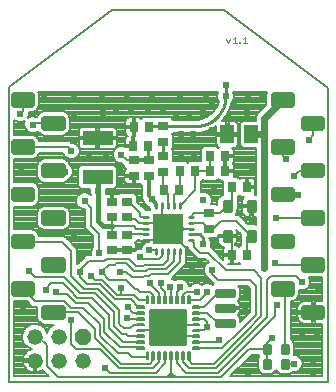
<source format=gtl>
G75*
G70*
%OFA0B0*%
%FSLAX24Y24*%
%IPPOS*%
%LPD*%
%AMOC8*
5,1,8,0,0,1.08239X$1,22.5*
%
%ADD10C,0.0050*%
%ADD11C,0.0030*%
%ADD12C,0.0059*%
%ADD13C,0.0125*%
%ADD14C,0.0150*%
%ADD15OC8,0.0520*%
%ADD16C,0.0520*%
%ADD17R,0.0450X0.0600*%
%ADD18C,0.0250*%
%ADD19R,0.0354X0.0276*%
%ADD20R,0.0276X0.0354*%
%ADD21R,0.0990X0.0990*%
%ADD22C,0.0116*%
%ADD23C,0.0175*%
%ADD24R,0.0984X0.0472*%
%ADD25C,0.0080*%
%ADD26C,0.0240*%
%ADD27C,0.0240*%
%ADD28C,0.0100*%
%ADD29C,0.0120*%
%ADD30C,0.0160*%
D10*
X002963Y001875D02*
X013588Y001875D01*
X013588Y011688D01*
X010150Y014275D01*
X006388Y014275D01*
X002963Y011700D01*
X002963Y001875D01*
D11*
X010273Y013178D02*
X010343Y013318D01*
X010423Y013318D02*
X010494Y013388D01*
X010494Y013178D01*
X010564Y013178D02*
X010423Y013178D01*
X010273Y013178D02*
X010203Y013318D01*
X010644Y013213D02*
X010680Y013213D01*
X010680Y013178D01*
X010644Y013178D01*
X010644Y013213D01*
X010755Y013178D02*
X010895Y013178D01*
X010825Y013178D02*
X010825Y013388D01*
X010755Y013318D01*
D12*
X008994Y004722D02*
X008934Y004722D01*
X008994Y004722D02*
X008994Y004504D01*
X008934Y004504D01*
X008934Y004722D01*
X008934Y004562D02*
X008994Y004562D01*
X008994Y004620D02*
X008934Y004620D01*
X008934Y004678D02*
X008994Y004678D01*
X008797Y004722D02*
X008737Y004722D01*
X008797Y004722D02*
X008797Y004504D01*
X008737Y004504D01*
X008737Y004722D01*
X008737Y004562D02*
X008797Y004562D01*
X008797Y004620D02*
X008737Y004620D01*
X008737Y004678D02*
X008797Y004678D01*
X008600Y004722D02*
X008540Y004722D01*
X008600Y004722D02*
X008600Y004504D01*
X008540Y004504D01*
X008540Y004722D01*
X008540Y004562D02*
X008600Y004562D01*
X008600Y004620D02*
X008540Y004620D01*
X008540Y004678D02*
X008600Y004678D01*
X008403Y004722D02*
X008343Y004722D01*
X008403Y004722D02*
X008403Y004504D01*
X008343Y004504D01*
X008343Y004722D01*
X008343Y004562D02*
X008403Y004562D01*
X008403Y004620D02*
X008343Y004620D01*
X008343Y004678D02*
X008403Y004678D01*
X008207Y004722D02*
X008147Y004722D01*
X008207Y004722D02*
X008207Y004504D01*
X008147Y004504D01*
X008147Y004722D01*
X008147Y004562D02*
X008207Y004562D01*
X008207Y004620D02*
X008147Y004620D01*
X008147Y004678D02*
X008207Y004678D01*
X008010Y004722D02*
X007950Y004722D01*
X008010Y004722D02*
X008010Y004504D01*
X007950Y004504D01*
X007950Y004722D01*
X007950Y004562D02*
X008010Y004562D01*
X008010Y004620D02*
X007950Y004620D01*
X007950Y004678D02*
X008010Y004678D01*
X007813Y004722D02*
X007753Y004722D01*
X007813Y004722D02*
X007813Y004504D01*
X007753Y004504D01*
X007753Y004722D01*
X007753Y004562D02*
X007813Y004562D01*
X007813Y004620D02*
X007753Y004620D01*
X007753Y004678D02*
X007813Y004678D01*
X007616Y004722D02*
X007556Y004722D01*
X007616Y004722D02*
X007616Y004504D01*
X007556Y004504D01*
X007556Y004722D01*
X007556Y004562D02*
X007616Y004562D01*
X007616Y004620D02*
X007556Y004620D01*
X007556Y004678D02*
X007616Y004678D01*
X007459Y004406D02*
X007241Y004406D01*
X007459Y004406D02*
X007459Y004346D01*
X007241Y004346D01*
X007241Y004406D01*
X007241Y004404D02*
X007459Y004404D01*
X007459Y004210D02*
X007241Y004210D01*
X007459Y004210D02*
X007459Y004150D01*
X007241Y004150D01*
X007241Y004210D01*
X007241Y004208D02*
X007459Y004208D01*
X007459Y004013D02*
X007241Y004013D01*
X007459Y004013D02*
X007459Y003953D01*
X007241Y003953D01*
X007241Y004013D01*
X007241Y004011D02*
X007459Y004011D01*
X007459Y003816D02*
X007241Y003816D01*
X007459Y003816D02*
X007459Y003756D01*
X007241Y003756D01*
X007241Y003816D01*
X007241Y003814D02*
X007459Y003814D01*
X007459Y003619D02*
X007241Y003619D01*
X007459Y003619D02*
X007459Y003559D01*
X007241Y003559D01*
X007241Y003619D01*
X007241Y003617D02*
X007459Y003617D01*
X007459Y003422D02*
X007241Y003422D01*
X007459Y003422D02*
X007459Y003362D01*
X007241Y003362D01*
X007241Y003422D01*
X007241Y003420D02*
X007459Y003420D01*
X007459Y003225D02*
X007241Y003225D01*
X007459Y003225D02*
X007459Y003165D01*
X007241Y003165D01*
X007241Y003225D01*
X007241Y003223D02*
X007459Y003223D01*
X007459Y003029D02*
X007241Y003029D01*
X007459Y003029D02*
X007459Y002969D01*
X007241Y002969D01*
X007241Y003029D01*
X007241Y003027D02*
X007459Y003027D01*
X007556Y002871D02*
X007616Y002871D01*
X007616Y002653D01*
X007556Y002653D01*
X007556Y002871D01*
X007556Y002711D02*
X007616Y002711D01*
X007616Y002769D02*
X007556Y002769D01*
X007556Y002827D02*
X007616Y002827D01*
X007753Y002871D02*
X007813Y002871D01*
X007813Y002653D01*
X007753Y002653D01*
X007753Y002871D01*
X007753Y002711D02*
X007813Y002711D01*
X007813Y002769D02*
X007753Y002769D01*
X007753Y002827D02*
X007813Y002827D01*
X007950Y002871D02*
X008010Y002871D01*
X008010Y002653D01*
X007950Y002653D01*
X007950Y002871D01*
X007950Y002711D02*
X008010Y002711D01*
X008010Y002769D02*
X007950Y002769D01*
X007950Y002827D02*
X008010Y002827D01*
X008147Y002871D02*
X008207Y002871D01*
X008207Y002653D01*
X008147Y002653D01*
X008147Y002871D01*
X008147Y002711D02*
X008207Y002711D01*
X008207Y002769D02*
X008147Y002769D01*
X008147Y002827D02*
X008207Y002827D01*
X008343Y002871D02*
X008403Y002871D01*
X008403Y002653D01*
X008343Y002653D01*
X008343Y002871D01*
X008343Y002711D02*
X008403Y002711D01*
X008403Y002769D02*
X008343Y002769D01*
X008343Y002827D02*
X008403Y002827D01*
X008540Y002871D02*
X008600Y002871D01*
X008600Y002653D01*
X008540Y002653D01*
X008540Y002871D01*
X008540Y002711D02*
X008600Y002711D01*
X008600Y002769D02*
X008540Y002769D01*
X008540Y002827D02*
X008600Y002827D01*
X008737Y002871D02*
X008797Y002871D01*
X008797Y002653D01*
X008737Y002653D01*
X008737Y002871D01*
X008737Y002711D02*
X008797Y002711D01*
X008797Y002769D02*
X008737Y002769D01*
X008737Y002827D02*
X008797Y002827D01*
X008934Y002871D02*
X008994Y002871D01*
X008994Y002653D01*
X008934Y002653D01*
X008934Y002871D01*
X008934Y002711D02*
X008994Y002711D01*
X008994Y002769D02*
X008934Y002769D01*
X008934Y002827D02*
X008994Y002827D01*
X009091Y003029D02*
X009309Y003029D01*
X009309Y002969D01*
X009091Y002969D01*
X009091Y003029D01*
X009091Y003027D02*
X009309Y003027D01*
X009309Y003225D02*
X009091Y003225D01*
X009309Y003225D02*
X009309Y003165D01*
X009091Y003165D01*
X009091Y003225D01*
X009091Y003223D02*
X009309Y003223D01*
X009309Y003422D02*
X009091Y003422D01*
X009309Y003422D02*
X009309Y003362D01*
X009091Y003362D01*
X009091Y003422D01*
X009091Y003420D02*
X009309Y003420D01*
X009309Y003619D02*
X009091Y003619D01*
X009309Y003619D02*
X009309Y003559D01*
X009091Y003559D01*
X009091Y003619D01*
X009091Y003617D02*
X009309Y003617D01*
X009309Y003816D02*
X009091Y003816D01*
X009309Y003816D02*
X009309Y003756D01*
X009091Y003756D01*
X009091Y003816D01*
X009091Y003814D02*
X009309Y003814D01*
X009309Y004013D02*
X009091Y004013D01*
X009309Y004013D02*
X009309Y003953D01*
X009091Y003953D01*
X009091Y004013D01*
X009091Y004011D02*
X009309Y004011D01*
X009309Y004210D02*
X009091Y004210D01*
X009309Y004210D02*
X009309Y004150D01*
X009091Y004150D01*
X009091Y004210D01*
X009091Y004208D02*
X009309Y004208D01*
X009309Y004406D02*
X009091Y004406D01*
X009309Y004406D02*
X009309Y004346D01*
X009091Y004346D01*
X009091Y004406D01*
X009091Y004404D02*
X009309Y004404D01*
D13*
X008838Y004251D02*
X007712Y004251D01*
X008838Y004251D02*
X008838Y003125D01*
X007712Y003125D01*
X007712Y004251D01*
X007712Y003249D02*
X008838Y003249D01*
X008838Y003373D02*
X007712Y003373D01*
X007712Y003497D02*
X008838Y003497D01*
X008838Y003621D02*
X007712Y003621D01*
X007712Y003745D02*
X008838Y003745D01*
X008838Y003869D02*
X007712Y003869D01*
X007712Y003993D02*
X008838Y003993D01*
X008838Y004117D02*
X007712Y004117D01*
X007712Y004241D02*
X008838Y004241D01*
D14*
X010450Y004263D02*
X010450Y004413D01*
X010450Y004263D02*
X009900Y004263D01*
X009900Y004413D01*
X010450Y004413D01*
X010450Y004412D02*
X009900Y004412D01*
X010450Y004763D02*
X010450Y004913D01*
X010450Y004763D02*
X009900Y004763D01*
X009900Y004913D01*
X010450Y004913D01*
X010450Y004912D02*
X009900Y004912D01*
X010450Y003913D02*
X010450Y003763D01*
X009900Y003763D01*
X009900Y003913D01*
X010450Y003913D01*
X010450Y003912D02*
X009900Y003912D01*
X011500Y003088D02*
X011650Y003088D01*
X011650Y002888D01*
X011500Y002888D01*
X011500Y003088D01*
X011500Y003037D02*
X011650Y003037D01*
X012100Y003088D02*
X012250Y003088D01*
X012250Y002888D01*
X012100Y002888D01*
X012100Y003088D01*
X012100Y003037D02*
X012250Y003037D01*
X012250Y002588D02*
X012100Y002588D01*
X012250Y002588D02*
X012250Y002388D01*
X012100Y002388D01*
X012100Y002588D01*
X012100Y002537D02*
X012250Y002537D01*
X011650Y002588D02*
X011500Y002588D01*
X011650Y002588D02*
X011650Y002388D01*
X011500Y002388D01*
X011500Y002588D01*
X011500Y002537D02*
X011650Y002537D01*
D15*
X005433Y003388D03*
D16*
X004633Y003388D03*
X003833Y003388D03*
X003833Y002588D03*
X004633Y002588D03*
X005433Y002588D03*
D17*
X010250Y010125D03*
X011050Y010125D03*
D18*
X011823Y009829D02*
X012359Y009829D01*
X012359Y009579D01*
X011823Y009579D01*
X011823Y009829D01*
X011823Y009828D02*
X012359Y009828D01*
X012847Y010616D02*
X013383Y010616D01*
X013383Y010366D01*
X012847Y010366D01*
X012847Y010616D01*
X012847Y010615D02*
X013383Y010615D01*
X012359Y011403D02*
X011823Y011403D01*
X012359Y011403D02*
X012359Y011153D01*
X011823Y011153D01*
X011823Y011403D01*
X011823Y011402D02*
X012359Y011402D01*
X012847Y009041D02*
X013383Y009041D01*
X013383Y008791D01*
X012847Y008791D01*
X012847Y009041D01*
X012847Y009040D02*
X013383Y009040D01*
X012359Y008254D02*
X011823Y008254D01*
X012359Y008254D02*
X012359Y008004D01*
X011823Y008004D01*
X011823Y008254D01*
X011823Y008253D02*
X012359Y008253D01*
X012847Y007466D02*
X013383Y007466D01*
X013383Y007216D01*
X012847Y007216D01*
X012847Y007466D01*
X012847Y007465D02*
X013383Y007465D01*
X012359Y006679D02*
X011823Y006679D01*
X012359Y006679D02*
X012359Y006429D01*
X011823Y006429D01*
X011823Y006679D01*
X011823Y006678D02*
X012359Y006678D01*
X012847Y005891D02*
X013383Y005891D01*
X013383Y005641D01*
X012847Y005641D01*
X012847Y005891D01*
X012847Y005890D02*
X013383Y005890D01*
X012359Y005104D02*
X011823Y005104D01*
X012359Y005104D02*
X012359Y004854D01*
X011823Y004854D01*
X011823Y005104D01*
X011823Y005103D02*
X012359Y005103D01*
X012847Y004317D02*
X013383Y004317D01*
X013383Y004067D01*
X012847Y004067D01*
X012847Y004317D01*
X012847Y004316D02*
X013383Y004316D01*
X004722Y004317D02*
X004186Y004317D01*
X004722Y004317D02*
X004722Y004067D01*
X004186Y004067D01*
X004186Y004317D01*
X004186Y004316D02*
X004722Y004316D01*
X003698Y005104D02*
X003162Y005104D01*
X003698Y005104D02*
X003698Y004854D01*
X003162Y004854D01*
X003162Y005104D01*
X003162Y005103D02*
X003698Y005103D01*
X004186Y005891D02*
X004722Y005891D01*
X004722Y005641D01*
X004186Y005641D01*
X004186Y005891D01*
X004186Y005890D02*
X004722Y005890D01*
X003698Y006679D02*
X003162Y006679D01*
X003698Y006679D02*
X003698Y006429D01*
X003162Y006429D01*
X003162Y006679D01*
X003162Y006678D02*
X003698Y006678D01*
X004186Y007466D02*
X004722Y007466D01*
X004722Y007216D01*
X004186Y007216D01*
X004186Y007466D01*
X004186Y007465D02*
X004722Y007465D01*
X003698Y008254D02*
X003162Y008254D01*
X003698Y008254D02*
X003698Y008004D01*
X003162Y008004D01*
X003162Y008254D01*
X003162Y008253D02*
X003698Y008253D01*
X004186Y009041D02*
X004722Y009041D01*
X004722Y008791D01*
X004186Y008791D01*
X004186Y009041D01*
X004186Y009040D02*
X004722Y009040D01*
X003698Y009829D02*
X003162Y009829D01*
X003698Y009829D02*
X003698Y009579D01*
X003162Y009579D01*
X003162Y009829D01*
X003162Y009828D02*
X003698Y009828D01*
X004186Y010616D02*
X004722Y010616D01*
X004722Y010366D01*
X004186Y010366D01*
X004186Y010616D01*
X004186Y010615D02*
X004722Y010615D01*
X003698Y011403D02*
X003162Y011403D01*
X003698Y011403D02*
X003698Y011153D01*
X003162Y011153D01*
X003162Y011403D01*
X003162Y011402D02*
X003698Y011402D01*
D19*
X007138Y009256D03*
X007625Y009256D03*
X008113Y009393D03*
X008113Y009882D03*
X008113Y010393D03*
X008113Y008882D03*
X007625Y008744D03*
X007138Y008744D03*
X006900Y007868D03*
X006400Y007868D03*
X006400Y007357D03*
X006900Y007357D03*
X006900Y006781D03*
X006400Y006781D03*
X006400Y006269D03*
X006900Y006269D03*
X009650Y006982D03*
X009650Y007493D03*
D20*
X010394Y008363D03*
X010181Y008900D03*
X009669Y008900D03*
X009181Y008900D03*
X008669Y008900D03*
X008643Y008288D03*
X008132Y008288D03*
X007618Y009750D03*
X007107Y009750D03*
X007132Y010375D03*
X007643Y010375D03*
X009669Y009400D03*
X010181Y009400D03*
X010906Y008363D03*
X010906Y006113D03*
X010394Y006113D03*
D21*
X008275Y006988D03*
D22*
X008275Y007669D02*
X008275Y007823D01*
X008469Y007823D02*
X008469Y007669D01*
X008663Y007669D02*
X008663Y007823D01*
X008956Y007376D02*
X009110Y007376D01*
X009110Y007182D02*
X008956Y007182D01*
X008956Y006988D02*
X009110Y006988D01*
X009110Y006793D02*
X008956Y006793D01*
X008956Y006599D02*
X009110Y006599D01*
X008663Y006306D02*
X008663Y006152D01*
X008469Y006152D02*
X008469Y006306D01*
X008275Y006306D02*
X008275Y006152D01*
X008081Y006152D02*
X008081Y006306D01*
X007887Y006306D02*
X007887Y006152D01*
X007594Y006599D02*
X007440Y006599D01*
X007440Y006793D02*
X007594Y006793D01*
X007594Y006988D02*
X007440Y006988D01*
X007440Y007182D02*
X007594Y007182D01*
X007594Y007376D02*
X007440Y007376D01*
X007887Y007669D02*
X007887Y007823D01*
X008081Y007823D02*
X008081Y007669D01*
D23*
X010338Y007600D02*
X010338Y007876D01*
X010338Y007600D02*
X010162Y007600D01*
X010162Y007876D01*
X010338Y007876D01*
X010338Y007774D02*
X010162Y007774D01*
X011138Y007876D02*
X011138Y007600D01*
X010962Y007600D01*
X010962Y007876D01*
X011138Y007876D01*
X011138Y007774D02*
X010962Y007774D01*
X011138Y006876D02*
X011138Y006600D01*
X010962Y006600D01*
X010962Y006876D01*
X011138Y006876D01*
X011138Y006774D02*
X010962Y006774D01*
X010338Y006876D02*
X010338Y006600D01*
X010162Y006600D01*
X010162Y006876D01*
X010338Y006876D01*
X010338Y006774D02*
X010162Y006774D01*
D24*
X005925Y008700D03*
X005925Y010000D03*
D25*
X005965Y010014D02*
X006858Y010014D01*
X006857Y010013D02*
X006838Y009981D01*
X006829Y009946D01*
X006829Y009779D01*
X007078Y009779D01*
X007078Y010058D01*
X007103Y010058D01*
X007103Y010346D01*
X007160Y010346D01*
X007160Y010067D01*
X007135Y010067D01*
X007135Y009779D01*
X007078Y009779D01*
X007078Y009721D01*
X006829Y009721D01*
X006829Y009705D01*
X006768Y009730D01*
X006657Y009730D01*
X006554Y009687D01*
X006475Y009609D01*
X006433Y009506D01*
X006433Y009394D01*
X006475Y009291D01*
X006554Y009213D01*
X006657Y009170D01*
X006710Y009170D01*
X006800Y009079D01*
X006800Y009052D01*
X006866Y008986D01*
X006848Y008968D01*
X006830Y008936D01*
X006820Y008900D01*
X006820Y008773D01*
X007109Y008773D01*
X007109Y008715D01*
X007166Y008715D01*
X007166Y008466D01*
X007333Y008466D01*
X007356Y008472D01*
X007382Y008446D01*
X007405Y008446D01*
X007405Y007971D01*
X007445Y007931D01*
X007445Y007907D01*
X007488Y007804D01*
X007566Y007725D01*
X007667Y007684D01*
X007667Y007654D01*
X007669Y007652D01*
X007669Y007594D01*
X007525Y007594D01*
X007525Y007595D01*
X007425Y007695D01*
X007237Y007883D01*
X007237Y008072D01*
X007143Y008166D01*
X006657Y008166D01*
X006628Y008138D01*
X006596Y008146D01*
X006429Y008146D01*
X006429Y007897D01*
X006371Y007897D01*
X006371Y008146D01*
X006204Y008146D01*
X006203Y008146D01*
X006217Y008182D01*
X006217Y008293D01*
X006213Y008304D01*
X006483Y008304D01*
X006577Y008398D01*
X006577Y009003D01*
X006483Y009097D01*
X005367Y009097D01*
X005273Y009003D01*
X005273Y008398D01*
X005367Y008304D01*
X005662Y008304D01*
X005658Y008293D01*
X005658Y008182D01*
X005688Y008108D01*
X005646Y008150D01*
X005543Y008192D01*
X005432Y008192D01*
X005329Y008150D01*
X005250Y008071D01*
X005208Y007968D01*
X005208Y007857D01*
X005250Y007754D01*
X005329Y007675D01*
X005432Y007633D01*
X005485Y007633D01*
X005513Y007605D01*
X005513Y006992D01*
X005775Y006730D01*
X005775Y006358D01*
X005738Y006321D01*
X005695Y006218D01*
X005695Y006107D01*
X005698Y006100D01*
X005542Y006100D01*
X005425Y005983D01*
X005253Y005811D01*
X005250Y005810D01*
X005250Y006308D01*
X004921Y006637D01*
X004804Y006754D01*
X003976Y006754D01*
X003940Y006840D01*
X003860Y006921D01*
X003755Y006964D01*
X003147Y006964D01*
X003147Y007719D01*
X003755Y007719D01*
X003860Y007762D01*
X003940Y007842D01*
X003984Y007947D01*
X003984Y008310D01*
X003940Y008415D01*
X003860Y008495D01*
X003755Y008539D01*
X003147Y008539D01*
X003147Y009294D01*
X003755Y009294D01*
X003860Y009337D01*
X003940Y009417D01*
X003976Y009504D01*
X004777Y009504D01*
X004813Y009416D01*
X004891Y009338D01*
X004994Y009295D01*
X005106Y009295D01*
X005209Y009338D01*
X005287Y009416D01*
X005330Y009519D01*
X005330Y009631D01*
X005287Y009734D01*
X005209Y009812D01*
X005106Y009855D01*
X005053Y009855D01*
X005004Y009904D01*
X003976Y009904D01*
X003940Y009990D01*
X003860Y010070D01*
X003755Y010114D01*
X003147Y010114D01*
X003147Y010619D01*
X003191Y010575D01*
X003294Y010533D01*
X003406Y010533D01*
X003509Y010575D01*
X003513Y010580D01*
X003483Y010506D01*
X003483Y010394D01*
X003525Y010291D01*
X003604Y010213D01*
X003707Y010170D01*
X003818Y010170D01*
X003921Y010213D01*
X003934Y010226D01*
X003943Y010204D01*
X004023Y010124D01*
X004128Y010081D01*
X004779Y010081D01*
X004884Y010124D01*
X004964Y010204D01*
X005007Y010309D01*
X005007Y010673D01*
X004964Y010777D01*
X004884Y010858D01*
X004779Y010901D01*
X004128Y010901D01*
X004023Y010858D01*
X003943Y010777D01*
X003908Y010693D01*
X003818Y010730D01*
X003707Y010730D01*
X003604Y010687D01*
X003599Y010683D01*
X003630Y010757D01*
X003630Y010868D01*
X003630Y010868D01*
X003630Y010868D01*
X003755Y010868D01*
X003860Y010912D01*
X003940Y010992D01*
X003984Y011097D01*
X003984Y011460D01*
X003952Y011536D01*
X009933Y011529D01*
X009908Y011468D01*
X009908Y011357D01*
X009950Y011254D01*
X009955Y011249D01*
X009889Y011045D01*
X009741Y010840D01*
X009536Y010692D01*
X009295Y010613D01*
X009168Y010603D01*
X008444Y010603D01*
X008356Y010691D01*
X007869Y010691D01*
X007869Y010691D01*
X007847Y010712D01*
X007439Y010712D01*
X007373Y010646D01*
X007355Y010664D01*
X007323Y010683D01*
X007288Y010692D01*
X007160Y010692D01*
X007160Y010404D01*
X007103Y010404D01*
X007103Y010692D01*
X006975Y010692D01*
X006940Y010683D01*
X006908Y010664D01*
X006882Y010638D01*
X006863Y010606D01*
X006854Y010571D01*
X006854Y010404D01*
X007103Y010404D01*
X007103Y010346D01*
X006854Y010346D01*
X006854Y010179D01*
X006863Y010144D01*
X006882Y010112D01*
X006908Y010086D01*
X006940Y010067D01*
X006945Y010066D01*
X006915Y010058D01*
X006883Y010039D01*
X006857Y010013D01*
X006829Y009936D02*
X006557Y009936D01*
X006557Y009960D02*
X005965Y009960D01*
X005965Y010040D01*
X005885Y010040D01*
X005885Y010376D01*
X005414Y010376D01*
X005379Y010366D01*
X005347Y010348D01*
X005321Y010322D01*
X005302Y010290D01*
X005293Y010254D01*
X005293Y010040D01*
X005885Y010040D01*
X005885Y009960D01*
X005293Y009960D01*
X005293Y009745D01*
X005302Y009709D01*
X005321Y009677D01*
X005347Y009651D01*
X005379Y009633D01*
X005414Y009623D01*
X005885Y009623D01*
X005885Y009960D01*
X005965Y009960D01*
X005965Y009623D01*
X006436Y009623D01*
X006471Y009633D01*
X006503Y009651D01*
X006529Y009677D01*
X006548Y009709D01*
X006557Y009745D01*
X006557Y009960D01*
X006557Y010040D02*
X006557Y010254D01*
X006548Y010290D01*
X006529Y010322D01*
X006503Y010348D01*
X006471Y010366D01*
X006436Y010376D01*
X005965Y010376D01*
X005965Y010040D01*
X006557Y010040D01*
X006557Y010093D02*
X006901Y010093D01*
X006856Y010171D02*
X006557Y010171D01*
X006557Y010250D02*
X006854Y010250D01*
X006854Y010328D02*
X006523Y010328D01*
X006854Y010407D02*
X005007Y010407D01*
X005007Y010485D02*
X006854Y010485D01*
X006854Y010564D02*
X005007Y010564D01*
X005007Y010642D02*
X006886Y010642D01*
X007103Y010642D02*
X007160Y010642D01*
X007160Y010564D02*
X007103Y010564D01*
X007103Y010485D02*
X007160Y010485D01*
X007160Y010407D02*
X007103Y010407D01*
X007103Y010328D02*
X007160Y010328D01*
X007160Y010250D02*
X007103Y010250D01*
X007103Y010171D02*
X007160Y010171D01*
X007160Y010093D02*
X007103Y010093D01*
X007078Y010014D02*
X007135Y010014D01*
X007135Y009936D02*
X007078Y009936D01*
X007078Y009857D02*
X007135Y009857D01*
X007078Y009779D02*
X006557Y009779D01*
X006557Y009857D02*
X006829Y009857D01*
X006584Y009700D02*
X006542Y009700D01*
X006488Y009622D02*
X005330Y009622D01*
X005330Y009543D02*
X006448Y009543D01*
X006433Y009465D02*
X005307Y009465D01*
X005257Y009386D02*
X006436Y009386D01*
X006468Y009308D02*
X005136Y009308D01*
X004964Y009203D02*
X005005Y009104D01*
X005062Y009046D01*
X005105Y008943D01*
X005105Y008832D01*
X005062Y008729D01*
X004984Y008650D01*
X004970Y008645D01*
X004964Y008630D01*
X004884Y008549D01*
X004779Y008506D01*
X004128Y008506D01*
X004023Y008549D01*
X003943Y008630D01*
X003900Y008734D01*
X003900Y009098D01*
X003943Y009203D01*
X004023Y009283D01*
X004128Y009326D01*
X004779Y009326D01*
X004884Y009283D01*
X004964Y009203D01*
X004937Y009229D02*
X006538Y009229D01*
X006508Y009072D02*
X006800Y009072D01*
X006859Y008994D02*
X006577Y008994D01*
X006577Y008915D02*
X006824Y008915D01*
X006820Y008837D02*
X006577Y008837D01*
X006577Y008758D02*
X007109Y008758D01*
X007109Y008715D02*
X006820Y008715D01*
X006820Y008588D01*
X006830Y008552D01*
X006848Y008520D01*
X006874Y008494D01*
X006906Y008476D01*
X006942Y008466D01*
X007109Y008466D01*
X007109Y008715D01*
X007109Y008680D02*
X007166Y008680D01*
X007166Y008601D02*
X007109Y008601D01*
X007109Y008523D02*
X007166Y008523D01*
X007405Y008444D02*
X006577Y008444D01*
X006577Y008523D02*
X006847Y008523D01*
X006820Y008601D02*
X006577Y008601D01*
X006577Y008680D02*
X006820Y008680D01*
X006545Y008366D02*
X007405Y008366D01*
X007405Y008287D02*
X006217Y008287D01*
X006217Y008209D02*
X007405Y008209D01*
X007405Y008130D02*
X007180Y008130D01*
X007237Y008052D02*
X007405Y008052D01*
X007405Y007973D02*
X007237Y007973D01*
X007237Y007895D02*
X007450Y007895D01*
X007483Y007816D02*
X007304Y007816D01*
X007383Y007738D02*
X007554Y007738D01*
X007461Y007659D02*
X007667Y007659D01*
X007517Y007376D02*
X007362Y007376D01*
X007325Y007413D01*
X007325Y007513D01*
X007225Y007613D01*
X006969Y007868D01*
X006900Y007868D01*
X006429Y007973D02*
X006371Y007973D01*
X006371Y008052D02*
X006429Y008052D01*
X006429Y008130D02*
X006371Y008130D01*
X005938Y008238D02*
X005938Y008543D01*
X005658Y008287D02*
X003984Y008287D01*
X003984Y008209D02*
X005658Y008209D01*
X005666Y008130D02*
X005679Y008130D01*
X005488Y007913D02*
X005713Y007688D01*
X005713Y007075D01*
X005975Y006813D01*
X005975Y006163D01*
X005695Y006167D02*
X005250Y006167D01*
X005250Y006089D02*
X005531Y006089D01*
X005453Y006010D02*
X005250Y006010D01*
X005250Y005932D02*
X005374Y005932D01*
X005296Y005853D02*
X005250Y005853D01*
X005325Y005600D02*
X005325Y005538D01*
X005325Y005388D01*
X005575Y005138D01*
X006000Y005138D01*
X006500Y004638D01*
X007025Y004638D01*
X007286Y004376D01*
X007350Y004376D01*
X007350Y004180D02*
X007120Y004180D01*
X006938Y004363D01*
X006625Y004288D02*
X006625Y004125D01*
X006625Y003838D01*
X006675Y003788D01*
X006800Y003663D01*
X007000Y003663D01*
X007123Y003786D01*
X007350Y003786D01*
X007342Y003975D02*
X006950Y003975D01*
X006913Y004013D01*
X006625Y004288D02*
X005925Y004988D01*
X005475Y004988D01*
X005050Y005413D01*
X005050Y006225D01*
X004721Y006554D01*
X003430Y006554D01*
X003783Y006952D02*
X004077Y006952D01*
X004128Y006931D02*
X004779Y006931D01*
X004884Y006975D01*
X004964Y007055D01*
X005007Y007160D01*
X005007Y007523D01*
X004964Y007628D01*
X004884Y007708D01*
X004779Y007751D01*
X004128Y007751D01*
X004023Y007708D01*
X003943Y007628D01*
X003900Y007523D01*
X003900Y007160D01*
X003943Y007055D01*
X004023Y006975D01*
X004128Y006931D01*
X003967Y007031D02*
X003147Y007031D01*
X003147Y007109D02*
X003921Y007109D01*
X003900Y007188D02*
X003147Y007188D01*
X003147Y007266D02*
X003900Y007266D01*
X003900Y007345D02*
X003147Y007345D01*
X003147Y007423D02*
X003900Y007423D01*
X003900Y007502D02*
X003147Y007502D01*
X003147Y007580D02*
X003924Y007580D01*
X003975Y007659D02*
X003147Y007659D01*
X003509Y008050D02*
X003430Y008129D01*
X003509Y008050D02*
X003688Y008050D01*
X003984Y008052D02*
X005242Y008052D01*
X005209Y007973D02*
X003984Y007973D01*
X003962Y007895D02*
X005208Y007895D01*
X005224Y007816D02*
X003914Y007816D01*
X003801Y007738D02*
X004095Y007738D01*
X003984Y008130D02*
X005309Y008130D01*
X005305Y008366D02*
X003961Y008366D01*
X003911Y008444D02*
X005273Y008444D01*
X005273Y008523D02*
X004819Y008523D01*
X004935Y008601D02*
X005273Y008601D01*
X005273Y008680D02*
X005013Y008680D01*
X005074Y008758D02*
X005273Y008758D01*
X005273Y008837D02*
X005105Y008837D01*
X005105Y008915D02*
X005273Y008915D01*
X005273Y008994D02*
X005084Y008994D01*
X005036Y009072D02*
X005342Y009072D01*
X004985Y009151D02*
X006729Y009151D01*
X006907Y009256D02*
X007138Y009256D01*
X006907Y009256D02*
X006713Y009450D01*
X005965Y009700D02*
X005885Y009700D01*
X005885Y009779D02*
X005965Y009779D01*
X005965Y009857D02*
X005885Y009857D01*
X005885Y009936D02*
X005965Y009936D01*
X005885Y010014D02*
X003916Y010014D01*
X003963Y009936D02*
X005293Y009936D01*
X005293Y009857D02*
X005051Y009857D01*
X004921Y009704D02*
X005050Y009575D01*
X004921Y009704D02*
X004684Y009704D01*
X004359Y009704D01*
X003430Y009704D01*
X003789Y009308D02*
X004083Y009308D01*
X003970Y009229D02*
X003147Y009229D01*
X003147Y009151D02*
X003922Y009151D01*
X003900Y009072D02*
X003147Y009072D01*
X003147Y008994D02*
X003900Y008994D01*
X003900Y008915D02*
X003147Y008915D01*
X003147Y008837D02*
X003900Y008837D01*
X003900Y008758D02*
X003147Y008758D01*
X003147Y008680D02*
X003923Y008680D01*
X003972Y008601D02*
X003147Y008601D01*
X003794Y008523D02*
X004089Y008523D01*
X004454Y008916D02*
X004791Y008916D01*
X004794Y008919D01*
X004825Y008888D01*
X004824Y009308D02*
X004964Y009308D01*
X004843Y009386D02*
X003909Y009386D01*
X003960Y009465D02*
X004793Y009465D01*
X005242Y009779D02*
X005293Y009779D01*
X005301Y009700D02*
X005308Y009700D01*
X005293Y010093D02*
X004807Y010093D01*
X004930Y010171D02*
X005293Y010171D01*
X005293Y010250D02*
X004983Y010250D01*
X005007Y010328D02*
X005327Y010328D01*
X004987Y010721D02*
X009576Y010721D01*
X009684Y010799D02*
X004942Y010799D01*
X004835Y010878D02*
X009767Y010878D01*
X009825Y010956D02*
X003904Y010956D01*
X003958Y011035D02*
X009882Y011035D01*
X009911Y011113D02*
X003984Y011113D01*
X003984Y011192D02*
X009937Y011192D01*
X009943Y011270D02*
X003984Y011270D01*
X003984Y011349D02*
X009911Y011349D01*
X009908Y011427D02*
X003984Y011427D01*
X003965Y011506D02*
X009923Y011506D01*
X010397Y011227D02*
X010425Y011254D01*
X010467Y011357D01*
X010467Y011468D01*
X010442Y011529D01*
X011566Y011527D01*
X011538Y011460D01*
X011538Y011121D01*
X011238Y010821D01*
X011195Y010718D01*
X011195Y010585D01*
X010759Y010585D01*
X010665Y010491D01*
X010665Y009759D01*
X010759Y009665D01*
X011195Y009665D01*
X011195Y008095D01*
X011167Y008102D01*
X011158Y008102D01*
X011174Y008131D01*
X011184Y008167D01*
X011184Y008334D01*
X010935Y008334D01*
X010935Y008391D01*
X011184Y008391D01*
X011184Y008558D01*
X011174Y008594D01*
X011156Y008626D01*
X011130Y008652D01*
X011098Y008670D01*
X011062Y008680D01*
X010935Y008680D01*
X010935Y008391D01*
X010877Y008391D01*
X010877Y008680D01*
X010750Y008680D01*
X010714Y008670D01*
X010682Y008652D01*
X010664Y008634D01*
X010598Y008700D01*
X010457Y008700D01*
X010459Y008704D01*
X010459Y008871D01*
X010210Y008871D01*
X010210Y008929D01*
X010459Y008929D01*
X010459Y009096D01*
X010449Y009131D01*
X010438Y009150D01*
X010449Y009169D01*
X010459Y009204D01*
X010459Y009371D01*
X010210Y009371D01*
X010210Y009429D01*
X010459Y009429D01*
X010459Y009596D01*
X010449Y009631D01*
X010431Y009663D01*
X010409Y009685D01*
X010493Y009685D01*
X010529Y009695D01*
X010561Y009713D01*
X010587Y009739D01*
X010605Y009771D01*
X010615Y009807D01*
X010615Y010085D01*
X010290Y010085D01*
X010290Y010165D01*
X010210Y010165D01*
X010210Y010565D01*
X010072Y010565D01*
X010277Y010848D01*
X010397Y011218D01*
X010397Y011227D01*
X010389Y011192D02*
X011538Y011192D01*
X011538Y011270D02*
X010432Y011270D01*
X010464Y011349D02*
X011538Y011349D01*
X011538Y011427D02*
X010467Y011427D01*
X010452Y011506D02*
X011557Y011506D01*
X011530Y011113D02*
X010363Y011113D01*
X010338Y011035D02*
X011452Y011035D01*
X011373Y010956D02*
X010312Y010956D01*
X010287Y010878D02*
X011295Y010878D01*
X011229Y010799D02*
X010242Y010799D01*
X010277Y010848D02*
X010277Y010848D01*
X010185Y010721D02*
X011196Y010721D01*
X011195Y010642D02*
X010128Y010642D01*
X010210Y010564D02*
X010290Y010564D01*
X010290Y010565D02*
X010290Y010165D01*
X010615Y010165D01*
X010615Y010443D01*
X010605Y010479D01*
X010587Y010511D01*
X010561Y010537D01*
X010529Y010555D01*
X010493Y010565D01*
X010290Y010565D01*
X010290Y010485D02*
X010210Y010485D01*
X010210Y010407D02*
X010290Y010407D01*
X010290Y010328D02*
X010210Y010328D01*
X010210Y010250D02*
X010290Y010250D01*
X010290Y010171D02*
X010210Y010171D01*
X010210Y010165D02*
X010210Y010085D01*
X009885Y010085D01*
X009885Y009807D01*
X009895Y009771D01*
X009913Y009739D01*
X009939Y009713D01*
X009969Y009696D01*
X009957Y009689D01*
X009939Y009671D01*
X009873Y009737D01*
X009465Y009737D01*
X009371Y009643D01*
X009371Y009237D01*
X008977Y009237D01*
X008925Y009185D01*
X008873Y009237D01*
X008465Y009237D01*
X008450Y009222D01*
X008450Y009597D01*
X008410Y009637D01*
X008450Y009678D01*
X008450Y010086D01*
X008398Y010137D01*
X008444Y010183D01*
X009363Y010183D01*
X009733Y010304D01*
X009733Y010304D01*
X009885Y010414D01*
X009885Y010165D01*
X010210Y010165D01*
X010210Y010093D02*
X008443Y010093D01*
X008431Y010171D02*
X009885Y010171D01*
X009885Y010250D02*
X009567Y010250D01*
X009767Y010328D02*
X009885Y010328D01*
X009875Y010407D02*
X009885Y010407D01*
X009885Y010014D02*
X008450Y010014D01*
X008450Y009936D02*
X009885Y009936D01*
X009885Y009857D02*
X008450Y009857D01*
X008450Y009779D02*
X009893Y009779D01*
X009910Y009700D02*
X009961Y009700D01*
X010152Y009371D02*
X010210Y009371D01*
X010210Y009083D01*
X010210Y008929D01*
X010152Y008929D01*
X010152Y009371D01*
X010210Y009386D02*
X011195Y009386D01*
X011195Y009308D02*
X010459Y009308D01*
X010459Y009229D02*
X011195Y009229D01*
X011195Y009151D02*
X010439Y009151D01*
X010459Y009072D02*
X011195Y009072D01*
X011195Y008994D02*
X010459Y008994D01*
X010459Y008837D02*
X011195Y008837D01*
X011195Y008915D02*
X010210Y008915D01*
X010210Y008994D02*
X010152Y008994D01*
X010152Y009072D02*
X010210Y009072D01*
X010210Y009151D02*
X010152Y009151D01*
X010152Y009229D02*
X010210Y009229D01*
X010210Y009308D02*
X010152Y009308D01*
X010459Y009465D02*
X011195Y009465D01*
X011195Y009543D02*
X010459Y009543D01*
X010452Y009622D02*
X011195Y009622D01*
X010724Y009700D02*
X010539Y009700D01*
X010607Y009779D02*
X010665Y009779D01*
X010665Y009857D02*
X010615Y009857D01*
X010615Y009936D02*
X010665Y009936D01*
X010665Y010014D02*
X010615Y010014D01*
X010665Y010093D02*
X010290Y010093D01*
X010615Y010171D02*
X010665Y010171D01*
X010665Y010250D02*
X010615Y010250D01*
X010615Y010328D02*
X010665Y010328D01*
X010665Y010407D02*
X010615Y010407D01*
X010602Y010485D02*
X010665Y010485D01*
X010737Y010564D02*
X010499Y010564D01*
X009383Y010642D02*
X008405Y010642D01*
X008450Y009700D02*
X009428Y009700D01*
X009371Y009622D02*
X008426Y009622D01*
X008450Y009543D02*
X009371Y009543D01*
X009371Y009465D02*
X008450Y009465D01*
X008450Y009386D02*
X009371Y009386D01*
X009371Y009308D02*
X008450Y009308D01*
X008450Y009229D02*
X008457Y009229D01*
X008669Y008900D02*
X008669Y008313D01*
X008643Y008288D01*
X008469Y008113D01*
X008469Y007746D01*
X008275Y007746D02*
X008275Y008144D01*
X008132Y008288D01*
X008113Y008307D01*
X008113Y008882D01*
X008881Y009229D02*
X008969Y009229D01*
X009181Y008900D02*
X009181Y008263D01*
X008663Y007746D01*
X008315Y007451D02*
X008315Y007028D01*
X008235Y007028D01*
X008235Y007451D01*
X008315Y007451D01*
X008315Y007423D02*
X008235Y007423D01*
X008235Y007345D02*
X008315Y007345D01*
X008315Y007266D02*
X008235Y007266D01*
X008235Y007188D02*
X008315Y007188D01*
X008315Y007109D02*
X008235Y007109D01*
X008235Y007031D02*
X008315Y007031D01*
X008315Y007027D02*
X008762Y007027D01*
X008758Y007014D01*
X008758Y006988D01*
X008842Y006988D01*
X008842Y006988D01*
X008842Y006987D01*
X008758Y006987D01*
X008758Y006961D01*
X008762Y006948D01*
X008315Y006948D01*
X008315Y007027D01*
X008315Y006952D02*
X008760Y006952D01*
X009033Y006988D02*
X008425Y006988D01*
X008425Y007238D01*
X008315Y006947D02*
X008235Y006947D01*
X008235Y006524D01*
X008315Y006524D01*
X008315Y006947D01*
X008315Y006874D02*
X008235Y006874D01*
X008235Y006795D02*
X008315Y006795D01*
X008315Y006717D02*
X008235Y006717D01*
X008235Y006638D02*
X008315Y006638D01*
X008315Y006560D02*
X008235Y006560D01*
X008425Y006599D02*
X008425Y006738D01*
X008475Y006738D01*
X009325Y005888D01*
X009255Y005988D02*
X009518Y005988D01*
X009633Y005872D01*
X009579Y005850D01*
X009500Y005771D01*
X009458Y005668D01*
X009458Y005557D01*
X009500Y005454D01*
X009538Y005417D01*
X009538Y005392D01*
X009655Y005275D01*
X009725Y005205D01*
X009792Y005137D01*
X009757Y005102D01*
X009734Y005125D01*
X009631Y005167D01*
X009519Y005167D01*
X009416Y005125D01*
X009400Y005108D01*
X009384Y005125D01*
X009281Y005167D01*
X009169Y005167D01*
X009066Y005125D01*
X009029Y005087D01*
X008955Y005087D01*
X008955Y005093D01*
X008912Y005196D01*
X008834Y005275D01*
X008731Y005317D01*
X008619Y005317D01*
X008516Y005275D01*
X008512Y005271D01*
X008509Y005275D01*
X008406Y005317D01*
X008388Y005317D01*
X008462Y005392D01*
X008863Y005793D01*
X008863Y006044D01*
X008881Y006062D01*
X008881Y006381D01*
X008938Y006381D01*
X008938Y006305D01*
X009055Y006188D01*
X009255Y005988D01*
X009232Y006010D02*
X008863Y006010D01*
X008863Y005932D02*
X009573Y005932D01*
X009588Y005853D02*
X008863Y005853D01*
X008845Y005775D02*
X009504Y005775D01*
X009469Y005696D02*
X008767Y005696D01*
X008688Y005618D02*
X009458Y005618D01*
X009465Y005539D02*
X008610Y005539D01*
X008531Y005461D02*
X009497Y005461D01*
X009547Y005382D02*
X008453Y005382D01*
X008438Y005304D02*
X008587Y005304D01*
X008763Y005304D02*
X009626Y005304D01*
X009704Y005225D02*
X008883Y005225D01*
X008933Y005147D02*
X009120Y005147D01*
X009330Y005147D02*
X009470Y005147D01*
X009680Y005147D02*
X009783Y005147D01*
X009925Y005288D02*
X010525Y005288D01*
X011000Y005288D01*
X011200Y005088D01*
X011200Y004113D01*
X010675Y003588D01*
X010086Y002999D01*
X009200Y002999D01*
X009200Y003195D02*
X009883Y003195D01*
X009975Y003288D01*
X009575Y003689D02*
X009575Y003883D01*
X009475Y003983D01*
X009200Y003983D01*
X009200Y003786D02*
X008373Y003786D01*
X008275Y003688D01*
X008625Y004038D01*
X008625Y004088D01*
X008275Y003688D02*
X008625Y003338D01*
X008625Y003288D01*
X008570Y003392D02*
X008275Y003688D01*
X008177Y003589D01*
X007350Y003589D01*
X007350Y003392D02*
X006945Y003392D01*
X006875Y003463D01*
X006725Y003463D01*
X006663Y003525D01*
X006463Y003725D01*
X006463Y004200D01*
X005825Y004838D01*
X005325Y004838D01*
X005063Y005100D01*
X004800Y005363D01*
X004263Y005363D01*
X003838Y005363D01*
X003625Y005575D01*
X003430Y004979D02*
X003822Y004588D01*
X004813Y004588D01*
X005013Y004388D01*
X005050Y004350D01*
X005450Y004350D01*
X006000Y003800D01*
X006000Y003425D01*
X006038Y003388D01*
X006588Y002838D01*
X006738Y002838D01*
X006938Y002838D01*
X007075Y002700D01*
X007585Y002700D01*
X007586Y002699D01*
X007586Y002762D01*
X007350Y002999D02*
X007236Y002999D01*
X007210Y003025D01*
X006763Y003025D01*
X006663Y003025D01*
X006663Y003038D01*
X006150Y003550D01*
X006150Y003975D01*
X006138Y003975D01*
X005613Y004500D01*
X005213Y004500D01*
X005175Y004538D01*
X004900Y004813D01*
X004675Y004813D01*
X004625Y004813D01*
X004550Y004888D01*
X004375Y005175D02*
X004188Y004988D01*
X004188Y004938D01*
X004375Y005175D02*
X004763Y005175D01*
X004988Y004950D01*
X005250Y004688D01*
X005275Y004663D01*
X005738Y004663D01*
X006288Y004113D01*
X006300Y004113D01*
X006300Y003675D01*
X006767Y003208D01*
X006767Y003195D01*
X006830Y003195D01*
X007350Y003195D01*
X007783Y002762D02*
X007783Y002595D01*
X007675Y002488D01*
X006950Y002488D01*
X006688Y002488D01*
X005950Y003225D01*
X005850Y003325D01*
X005850Y003625D01*
X005283Y004192D01*
X005121Y004192D01*
X004454Y004192D01*
X004487Y003782D02*
X004128Y003782D01*
X004023Y003825D01*
X003943Y003905D01*
X003900Y004010D01*
X003900Y004373D01*
X003906Y004388D01*
X003739Y004388D01*
X003557Y004569D01*
X003147Y004569D01*
X003147Y002060D01*
X004295Y002060D01*
X004142Y002213D01*
X004142Y002213D01*
X004082Y002273D01*
X004022Y002233D01*
X003949Y002203D01*
X003872Y002188D01*
X003872Y002547D01*
X003793Y002547D01*
X003793Y002188D01*
X003716Y002203D01*
X003643Y002233D01*
X003578Y002277D01*
X003522Y002333D01*
X003478Y002398D01*
X003448Y002471D01*
X003433Y002548D01*
X003792Y002548D01*
X003792Y002627D01*
X003433Y002627D01*
X003448Y002704D01*
X003478Y002777D01*
X003522Y002842D01*
X003578Y002898D01*
X003643Y002942D01*
X003716Y002972D01*
X003731Y002975D01*
X003595Y003031D01*
X003476Y003150D01*
X003413Y003304D01*
X003413Y003471D01*
X003476Y003625D01*
X003595Y003744D01*
X003749Y003807D01*
X003916Y003807D01*
X004070Y003744D01*
X004189Y003625D01*
X004233Y003519D01*
X004276Y003625D01*
X004395Y003744D01*
X004487Y003782D01*
X004385Y003734D02*
X004080Y003734D01*
X004054Y003812D02*
X003147Y003812D01*
X003147Y003734D02*
X003585Y003734D01*
X003507Y003655D02*
X003147Y003655D01*
X003147Y003577D02*
X003456Y003577D01*
X003424Y003498D02*
X003147Y003498D01*
X003147Y003420D02*
X003413Y003420D01*
X003413Y003341D02*
X003147Y003341D01*
X003147Y003263D02*
X003429Y003263D01*
X003462Y003184D02*
X003147Y003184D01*
X003147Y003106D02*
X003520Y003106D01*
X003604Y003027D02*
X003147Y003027D01*
X003147Y002949D02*
X003660Y002949D01*
X003550Y002870D02*
X003147Y002870D01*
X003147Y002792D02*
X003488Y002792D01*
X003452Y002713D02*
X003147Y002713D01*
X003147Y002635D02*
X003434Y002635D01*
X003446Y002478D02*
X003147Y002478D01*
X003147Y002556D02*
X003792Y002556D01*
X003793Y002478D02*
X003872Y002478D01*
X003872Y002399D02*
X003793Y002399D01*
X003793Y002321D02*
X003872Y002321D01*
X003872Y002242D02*
X003793Y002242D01*
X003629Y002242D02*
X003147Y002242D01*
X003147Y002164D02*
X004191Y002164D01*
X004269Y002085D02*
X003147Y002085D01*
X003147Y002321D02*
X003533Y002321D01*
X003477Y002399D02*
X003147Y002399D01*
X004036Y002242D02*
X004112Y002242D01*
X004225Y002413D02*
X004600Y002038D01*
X008375Y002038D01*
X008525Y002038D01*
X010025Y002038D01*
X010975Y002988D01*
X011575Y002988D01*
X011575Y003175D01*
X011750Y003350D01*
X011575Y002988D02*
X011575Y002488D01*
X011265Y002478D02*
X010748Y002478D01*
X010670Y002399D02*
X011265Y002399D01*
X011265Y002321D02*
X010591Y002321D01*
X010513Y002242D02*
X011313Y002242D01*
X011265Y002290D02*
X011403Y002153D01*
X011747Y002153D01*
X011875Y002280D01*
X012003Y002153D01*
X012347Y002153D01*
X012407Y002212D01*
X012419Y002208D01*
X012531Y002208D01*
X012634Y002250D01*
X012712Y002329D01*
X012755Y002432D01*
X012755Y002543D01*
X012712Y002646D01*
X012634Y002725D01*
X012531Y002767D01*
X012462Y002767D01*
X012485Y002790D01*
X012485Y003185D01*
X012375Y003295D01*
X012375Y004569D01*
X012417Y004569D01*
X012522Y004612D01*
X012602Y004693D01*
X012645Y004797D01*
X012645Y004948D01*
X012682Y004933D01*
X012793Y004933D01*
X012896Y004975D01*
X012975Y005054D01*
X013017Y005157D01*
X013017Y005268D01*
X012981Y005356D01*
X013403Y005356D01*
X013403Y004582D01*
X013155Y004582D01*
X013155Y004232D01*
X013075Y004232D01*
X013075Y004582D01*
X012820Y004582D01*
X012769Y004572D01*
X012721Y004552D01*
X012677Y004523D01*
X012640Y004486D01*
X012611Y004442D01*
X012592Y004394D01*
X012581Y004343D01*
X012581Y004232D01*
X013075Y004232D01*
X013075Y004152D01*
X012581Y004152D01*
X012581Y004041D01*
X012592Y003989D01*
X012611Y003941D01*
X012640Y003898D01*
X012677Y003861D01*
X012721Y003832D01*
X012769Y003812D01*
X012820Y003802D01*
X013075Y003802D01*
X013075Y004152D01*
X013155Y004152D01*
X013155Y003802D01*
X013403Y003802D01*
X013403Y002060D01*
X010330Y002060D01*
X011058Y002788D01*
X011268Y002788D01*
X011318Y002737D01*
X011265Y002685D01*
X011265Y002290D01*
X011391Y002164D02*
X010434Y002164D01*
X010356Y002085D02*
X013403Y002085D01*
X013403Y002164D02*
X012359Y002164D01*
X012615Y002242D02*
X013403Y002242D01*
X013403Y002321D02*
X012704Y002321D01*
X012742Y002399D02*
X013403Y002399D01*
X013403Y002478D02*
X012755Y002478D01*
X012749Y002556D02*
X013403Y002556D01*
X013403Y002635D02*
X012717Y002635D01*
X012645Y002713D02*
X013403Y002713D01*
X013403Y002792D02*
X012485Y002792D01*
X012485Y002870D02*
X013403Y002870D01*
X013403Y002949D02*
X012485Y002949D01*
X012485Y003027D02*
X013403Y003027D01*
X013403Y003106D02*
X012485Y003106D01*
X012485Y003184D02*
X013403Y003184D01*
X013403Y003263D02*
X012407Y003263D01*
X012375Y003341D02*
X013403Y003341D01*
X013403Y003420D02*
X012375Y003420D01*
X012375Y003498D02*
X013403Y003498D01*
X013403Y003577D02*
X012375Y003577D01*
X012375Y003655D02*
X013403Y003655D01*
X013403Y003734D02*
X012375Y003734D01*
X012375Y003812D02*
X012768Y003812D01*
X012647Y003891D02*
X012375Y003891D01*
X012375Y003969D02*
X012600Y003969D01*
X012581Y004048D02*
X012375Y004048D01*
X012375Y004126D02*
X012581Y004126D01*
X012581Y004283D02*
X012375Y004283D01*
X012375Y004205D02*
X013075Y004205D01*
X013075Y004283D02*
X013155Y004283D01*
X013155Y004362D02*
X013075Y004362D01*
X013075Y004440D02*
X013155Y004440D01*
X013155Y004519D02*
X013075Y004519D01*
X013403Y004597D02*
X012485Y004597D01*
X012585Y004676D02*
X013403Y004676D01*
X013403Y004754D02*
X012627Y004754D01*
X012645Y004833D02*
X013403Y004833D01*
X013403Y004911D02*
X012645Y004911D01*
X012911Y004990D02*
X013403Y004990D01*
X013403Y005068D02*
X012981Y005068D01*
X013013Y005147D02*
X013403Y005147D01*
X013403Y005225D02*
X013017Y005225D01*
X013003Y005304D02*
X013403Y005304D01*
X013115Y005766D02*
X012084Y005766D01*
X011921Y005766D01*
X011850Y005838D01*
X011713Y005400D02*
X012138Y005400D01*
X012550Y005400D01*
X012738Y005213D01*
X012175Y004979D02*
X012091Y004979D01*
X012175Y004979D02*
X012175Y002988D01*
X012175Y002488D02*
X012475Y002488D01*
X011991Y002164D02*
X011759Y002164D01*
X011837Y002242D02*
X011913Y002242D01*
X011265Y002556D02*
X010827Y002556D01*
X010905Y002635D02*
X011265Y002635D01*
X011294Y002713D02*
X010984Y002713D01*
X010825Y003513D02*
X011375Y004063D01*
X011375Y005350D01*
X011131Y005594D01*
X010194Y005594D01*
X009600Y006188D01*
X009338Y006188D01*
X009138Y006388D01*
X009138Y006495D01*
X009033Y006599D01*
X008938Y006324D02*
X008881Y006324D01*
X008881Y006246D02*
X008996Y006246D01*
X009075Y006167D02*
X008881Y006167D01*
X008881Y006089D02*
X009153Y006089D01*
X008663Y006229D02*
X008663Y005876D01*
X008263Y005475D01*
X007700Y005475D01*
X007638Y005413D01*
X007488Y005413D01*
X007438Y005363D01*
X007138Y005363D01*
X007063Y005363D01*
X006875Y005550D01*
X006675Y005550D01*
X006488Y005788D02*
X006288Y005788D01*
X006063Y005563D01*
X006063Y005538D01*
X006313Y005288D01*
X006338Y005288D01*
X006863Y005288D01*
X007175Y004975D01*
X007250Y004975D01*
X007338Y004888D01*
X007675Y004888D01*
X007783Y004780D01*
X007783Y004613D01*
X007980Y004613D02*
X007980Y004833D01*
X007675Y005138D01*
X007675Y005175D01*
X008025Y005188D02*
X008025Y005013D01*
X008177Y004861D01*
X008177Y004613D01*
X008373Y004613D02*
X008373Y005014D01*
X008350Y005038D01*
X008570Y004883D02*
X008570Y004613D01*
X008767Y004613D02*
X008767Y004780D01*
X008875Y004888D01*
X009225Y004888D01*
X009350Y004613D02*
X009575Y004838D01*
X009575Y004888D01*
X009350Y004613D02*
X008964Y004613D01*
X009200Y004376D02*
X009464Y004376D01*
X009925Y004838D01*
X010175Y004838D01*
X010210Y004373D02*
X010665Y004373D01*
X010665Y004441D01*
X010650Y004495D01*
X010622Y004545D01*
X010593Y004573D01*
X010685Y004665D01*
X010685Y005010D01*
X010607Y005088D01*
X010917Y005088D01*
X011000Y005005D01*
X011000Y004195D01*
X010685Y003880D01*
X010685Y004010D01*
X010593Y004102D01*
X010622Y004130D01*
X010650Y004180D01*
X010665Y004234D01*
X010665Y004302D01*
X010210Y004302D01*
X010210Y004373D01*
X010210Y004362D02*
X011000Y004362D01*
X011000Y004440D02*
X010665Y004440D01*
X010637Y004519D02*
X011000Y004519D01*
X011000Y004597D02*
X010617Y004597D01*
X010685Y004676D02*
X011000Y004676D01*
X011000Y004754D02*
X010685Y004754D01*
X010685Y004833D02*
X011000Y004833D01*
X011000Y004911D02*
X010685Y004911D01*
X010685Y004990D02*
X011000Y004990D01*
X010936Y005068D02*
X010626Y005068D01*
X010683Y005794D02*
X010277Y005794D01*
X010275Y005795D01*
X010365Y005795D01*
X010365Y006084D01*
X010116Y006084D01*
X010116Y005954D01*
X009800Y006270D01*
X009800Y006270D01*
X009694Y006376D01*
X009717Y006432D01*
X009717Y006543D01*
X009675Y006646D01*
X009649Y006672D01*
X009649Y006684D01*
X009893Y006684D01*
X009987Y006777D01*
X010210Y006777D01*
X010210Y006698D01*
X009935Y006698D01*
X009935Y006570D01*
X009951Y006512D01*
X009980Y006460D01*
X010023Y006418D01*
X010075Y006388D01*
X010133Y006373D01*
X010142Y006373D01*
X010126Y006344D01*
X010116Y006308D01*
X010116Y006141D01*
X010365Y006141D01*
X010365Y006084D01*
X010423Y006084D01*
X010423Y005795D01*
X010550Y005795D01*
X010586Y005805D01*
X010618Y005823D01*
X010636Y005841D01*
X010683Y005794D01*
X010423Y005853D02*
X010365Y005853D01*
X010365Y005932D02*
X010423Y005932D01*
X010423Y006010D02*
X010365Y006010D01*
X010365Y006089D02*
X009982Y006089D01*
X010060Y006010D02*
X010116Y006010D01*
X010116Y006167D02*
X009903Y006167D01*
X009825Y006246D02*
X010116Y006246D01*
X010121Y006324D02*
X009746Y006324D01*
X009706Y006403D02*
X010049Y006403D01*
X009968Y006481D02*
X009717Y006481D01*
X009711Y006560D02*
X009938Y006560D01*
X009935Y006638D02*
X009678Y006638D01*
X009927Y006717D02*
X010210Y006717D01*
X010250Y006738D02*
X010394Y006738D01*
X010394Y006113D01*
X010489Y006430D02*
X010520Y006460D01*
X010549Y006512D01*
X010565Y006570D01*
X010565Y006698D01*
X010290Y006698D01*
X010290Y006777D01*
X010565Y006777D01*
X010565Y006905D01*
X010552Y006952D01*
X010706Y006799D01*
X010706Y006655D01*
X010706Y006450D01*
X010702Y006450D01*
X010636Y006384D01*
X010618Y006402D01*
X010586Y006420D01*
X010550Y006430D01*
X010489Y006430D01*
X010532Y006481D02*
X010706Y006481D01*
X010706Y006560D02*
X010562Y006560D01*
X010565Y006638D02*
X010706Y006638D01*
X010706Y006717D02*
X010290Y006717D01*
X010565Y006795D02*
X010706Y006795D01*
X010631Y006874D02*
X010565Y006874D01*
X010550Y007238D02*
X010025Y007238D01*
X009769Y006982D01*
X009650Y006982D01*
X009450Y007182D01*
X009033Y007182D01*
X009033Y007376D02*
X009151Y007493D01*
X009650Y007493D01*
X010006Y007493D01*
X010250Y007738D01*
X010394Y007738D01*
X010394Y008363D01*
X010096Y008366D02*
X009381Y008366D01*
X009381Y008444D02*
X010096Y008444D01*
X010096Y008523D02*
X009381Y008523D01*
X009381Y008563D02*
X009385Y008563D01*
X009425Y008603D01*
X009465Y008563D01*
X009873Y008563D01*
X009939Y008629D01*
X009957Y008611D01*
X009989Y008592D01*
X010025Y008583D01*
X010096Y008583D01*
X010096Y008119D01*
X010099Y008117D01*
X010022Y008085D01*
X009953Y008015D01*
X009915Y007924D01*
X009915Y007770D01*
X009893Y007791D01*
X009692Y007791D01*
X009730Y007882D01*
X009730Y007993D01*
X009687Y008096D01*
X009609Y008175D01*
X009506Y008217D01*
X009394Y008217D01*
X009381Y008212D01*
X009381Y008563D01*
X009423Y008601D02*
X009427Y008601D01*
X009381Y008287D02*
X010096Y008287D01*
X010096Y008209D02*
X009527Y008209D01*
X009653Y008130D02*
X010096Y008130D01*
X009989Y008052D02*
X009706Y008052D01*
X009730Y007973D02*
X009935Y007973D01*
X009915Y007895D02*
X009730Y007895D01*
X009703Y007816D02*
X009915Y007816D01*
X010250Y007738D02*
X010394Y007882D01*
X010594Y007895D02*
X010735Y007895D01*
X010735Y007905D02*
X010735Y007777D01*
X011010Y007777D01*
X011010Y007698D01*
X010735Y007698D01*
X010735Y007570D01*
X010751Y007512D01*
X010780Y007460D01*
X010823Y007418D01*
X010875Y007388D01*
X010933Y007373D01*
X011010Y007373D01*
X011010Y007697D01*
X011090Y007697D01*
X011090Y007372D01*
X011167Y007373D01*
X011195Y007380D01*
X011195Y007119D01*
X011187Y007122D01*
X010948Y007122D01*
X010633Y007437D01*
X010525Y007437D01*
X010547Y007460D01*
X010585Y007551D01*
X010585Y007646D01*
X010594Y007655D01*
X010594Y008025D01*
X010598Y008025D01*
X010664Y008091D01*
X010682Y008073D01*
X010714Y008055D01*
X010750Y008045D01*
X010811Y008045D01*
X010780Y008015D01*
X010751Y007963D01*
X010735Y007905D01*
X010756Y007973D02*
X010594Y007973D01*
X010624Y008052D02*
X010727Y008052D01*
X010735Y007816D02*
X010594Y007816D01*
X010594Y007738D02*
X011010Y007738D01*
X011010Y007659D02*
X011090Y007659D01*
X011090Y007580D02*
X011010Y007580D01*
X011010Y007502D02*
X011090Y007502D01*
X011090Y007423D02*
X011010Y007423D01*
X010817Y007423D02*
X010647Y007423D01*
X010725Y007345D02*
X011195Y007345D01*
X011195Y007266D02*
X010804Y007266D01*
X010882Y007188D02*
X011195Y007188D01*
X011050Y006738D02*
X010906Y006738D01*
X010906Y006113D01*
X010655Y006403D02*
X010616Y006403D01*
X011050Y006738D02*
X010550Y007238D01*
X010565Y007502D02*
X010756Y007502D01*
X010735Y007580D02*
X010585Y007580D01*
X010594Y007659D02*
X010735Y007659D01*
X011173Y008130D02*
X011195Y008130D01*
X011184Y008209D02*
X011195Y008209D01*
X011184Y008287D02*
X011195Y008287D01*
X011195Y008366D02*
X010935Y008366D01*
X010935Y008444D02*
X010877Y008444D01*
X010877Y008523D02*
X010935Y008523D01*
X010935Y008601D02*
X010877Y008601D01*
X010877Y008680D02*
X010935Y008680D01*
X011063Y008680D02*
X011195Y008680D01*
X011195Y008758D02*
X010459Y008758D01*
X010618Y008680D02*
X010749Y008680D01*
X011170Y008601D02*
X011195Y008601D01*
X011184Y008523D02*
X011195Y008523D01*
X011184Y008444D02*
X011195Y008444D01*
X012091Y008129D02*
X012108Y008113D01*
X012588Y008113D01*
X012475Y008750D02*
X012641Y008916D01*
X013115Y008916D01*
X012200Y009313D02*
X012091Y009421D01*
X012091Y009704D01*
X012963Y009950D02*
X013115Y010103D01*
X013115Y010491D01*
X009974Y008601D02*
X009911Y008601D01*
X009669Y008900D02*
X009669Y009400D01*
X009669Y008900D02*
X009181Y008900D01*
X008081Y007746D02*
X008081Y007393D01*
X007925Y007238D01*
X007925Y007182D01*
X007517Y007182D01*
X007293Y007182D01*
X007163Y007313D01*
X006944Y007313D01*
X006900Y007357D01*
X007138Y007063D02*
X006400Y007063D01*
X006400Y007357D01*
X006400Y007063D02*
X006400Y006988D01*
X006400Y006781D01*
X006900Y006781D02*
X006905Y006788D01*
X006912Y006793D01*
X006920Y006796D01*
X006929Y006796D01*
X006938Y006793D01*
X006937Y006793D02*
X007517Y006793D01*
X007517Y006988D02*
X007213Y006988D01*
X007138Y007063D01*
X007237Y006593D02*
X007332Y006593D01*
X007350Y006576D01*
X007640Y006576D01*
X007640Y006542D01*
X007582Y006542D01*
X007479Y006500D01*
X007400Y006421D01*
X007358Y006318D01*
X007358Y006305D01*
X007269Y006305D01*
X007166Y006262D01*
X007144Y006240D01*
X006929Y006240D01*
X006929Y006175D01*
X006871Y006175D01*
X006871Y006240D01*
X006929Y006240D01*
X006929Y006298D01*
X007217Y006298D01*
X007217Y006425D01*
X007208Y006461D01*
X007189Y006493D01*
X007171Y006511D01*
X007237Y006577D01*
X007237Y006593D01*
X007220Y006560D02*
X007640Y006560D01*
X007517Y006599D02*
X007155Y006238D01*
X006900Y006238D01*
X006900Y006269D01*
X006400Y006269D01*
X006429Y006246D02*
X006871Y006246D01*
X006871Y006240D02*
X006429Y006240D01*
X006429Y006298D01*
X006583Y006298D01*
X006871Y006298D01*
X006871Y006240D01*
X006875Y006238D02*
X006888Y006250D01*
X006925Y006250D01*
X006913Y006238D01*
X006900Y006238D01*
X006875Y006238D01*
X006929Y006246D02*
X007150Y006246D01*
X007217Y006324D02*
X007360Y006324D01*
X007393Y006403D02*
X007217Y006403D01*
X007196Y006481D02*
X007461Y006481D01*
X007517Y006599D02*
X008425Y006599D01*
X008469Y006229D02*
X008469Y005919D01*
X008188Y005638D01*
X007600Y005638D01*
X007538Y005575D01*
X007125Y005575D01*
X006875Y005825D01*
X006525Y005825D01*
X006488Y005788D01*
X006225Y005975D02*
X006150Y005900D01*
X005625Y005900D01*
X005325Y005600D01*
X005713Y005400D02*
X005825Y005288D01*
X006075Y005288D01*
X006575Y004788D01*
X006675Y004788D01*
X006713Y004825D01*
X006713Y005013D01*
X006675Y004788D02*
X007125Y004788D01*
X007300Y004613D01*
X007586Y004613D01*
X007350Y003983D02*
X007349Y003979D01*
X007346Y003976D01*
X007342Y003975D01*
X008570Y003392D02*
X009200Y003392D01*
X009200Y003589D02*
X009475Y003589D01*
X009575Y003689D01*
X009925Y003838D02*
X010175Y003838D01*
X009925Y003838D02*
X009583Y004180D01*
X009200Y004180D01*
X008570Y004883D02*
X008675Y004988D01*
X008675Y005038D01*
X008113Y005788D02*
X007500Y005788D01*
X007450Y005738D01*
X007200Y005738D01*
X007200Y005750D02*
X006975Y005975D01*
X006225Y005975D01*
X005775Y006403D02*
X005155Y006403D01*
X005233Y006324D02*
X005741Y006324D01*
X005707Y006246D02*
X005250Y006246D01*
X005076Y006481D02*
X005775Y006481D01*
X005775Y006560D02*
X004998Y006560D01*
X004921Y006637D02*
X004921Y006637D01*
X004919Y006638D02*
X005775Y006638D01*
X005775Y006717D02*
X004841Y006717D01*
X004830Y006952D02*
X005552Y006952D01*
X005513Y007031D02*
X004940Y007031D01*
X004987Y007109D02*
X005513Y007109D01*
X005513Y007188D02*
X005007Y007188D01*
X005007Y007266D02*
X005513Y007266D01*
X005513Y007345D02*
X005007Y007345D01*
X005007Y007423D02*
X005513Y007423D01*
X005513Y007502D02*
X005007Y007502D01*
X004983Y007580D02*
X005513Y007580D01*
X005368Y007659D02*
X004933Y007659D01*
X004812Y007738D02*
X005267Y007738D01*
X004454Y007341D02*
X004391Y007341D01*
X004275Y007225D01*
X003907Y006874D02*
X005631Y006874D01*
X005709Y006795D02*
X003959Y006795D01*
X004454Y005766D02*
X004375Y005688D01*
X004263Y005688D01*
X003607Y004519D02*
X003147Y004519D01*
X003147Y004440D02*
X003686Y004440D01*
X003900Y004362D02*
X003147Y004362D01*
X003147Y004283D02*
X003900Y004283D01*
X003900Y004205D02*
X003147Y004205D01*
X003147Y004126D02*
X003900Y004126D01*
X003900Y004048D02*
X003147Y004048D01*
X003147Y003969D02*
X003917Y003969D01*
X003958Y003891D02*
X003147Y003891D01*
X003833Y003388D02*
X003945Y003388D01*
X004225Y003108D01*
X004225Y002413D01*
X005025Y003150D02*
X005213Y002963D01*
X006000Y002963D01*
X006388Y002575D01*
X006625Y002338D01*
X007775Y002338D01*
X007980Y002542D01*
X007980Y002762D01*
X008177Y002762D02*
X008177Y002489D01*
X007875Y002188D01*
X006325Y002188D01*
X006175Y002338D01*
X005025Y003150D02*
X005025Y003925D01*
X004307Y003655D02*
X004158Y003655D01*
X004209Y003577D02*
X004256Y003577D01*
X007325Y006025D02*
X007388Y005963D01*
X007963Y005963D01*
X008081Y006081D01*
X008081Y006229D01*
X008275Y006229D02*
X008275Y005950D01*
X008113Y005788D01*
X007887Y006229D02*
X007854Y006263D01*
X007638Y006263D01*
X009738Y005613D02*
X009738Y005475D01*
X009925Y005288D01*
X010665Y004283D02*
X011000Y004283D01*
X011000Y004205D02*
X010657Y004205D01*
X010618Y004126D02*
X010931Y004126D01*
X010853Y004048D02*
X010647Y004048D01*
X010685Y003969D02*
X010774Y003969D01*
X010696Y003891D02*
X010685Y003891D01*
X010825Y003513D02*
X009800Y002488D01*
X009075Y002488D01*
X008964Y002599D01*
X008964Y002762D01*
X008767Y002762D02*
X008767Y002545D01*
X008925Y002388D01*
X008975Y002338D01*
X009863Y002338D01*
X011575Y004050D01*
X011575Y005263D01*
X011713Y005400D01*
X012375Y004519D02*
X012674Y004519D01*
X012611Y004440D02*
X012375Y004440D01*
X012375Y004362D02*
X012585Y004362D01*
X013075Y004126D02*
X013155Y004126D01*
X013155Y004048D02*
X013075Y004048D01*
X013075Y003969D02*
X013155Y003969D01*
X013155Y003891D02*
X013075Y003891D01*
X013075Y003812D02*
X013155Y003812D01*
X011838Y004075D02*
X011838Y004375D01*
X011888Y004425D01*
X011838Y004075D02*
X009950Y002188D01*
X008875Y002188D01*
X008570Y002492D01*
X008570Y002762D01*
X008373Y002762D02*
X008373Y002139D01*
X008375Y002138D01*
X008325Y002088D01*
X008425Y002088D01*
X008375Y002038D01*
X008373Y002039D01*
X008375Y002138D02*
X008375Y002188D01*
X008525Y002038D01*
X008375Y002188D02*
X008225Y002038D01*
X008175Y002038D01*
X011859Y006554D02*
X012091Y006554D01*
X011859Y006554D02*
X011850Y006563D01*
X011863Y007325D02*
X013099Y007325D01*
X013115Y007341D01*
X005965Y010093D02*
X005885Y010093D01*
X005885Y010171D02*
X005965Y010171D01*
X005965Y010250D02*
X005885Y010250D01*
X005885Y010328D02*
X005965Y010328D01*
X004454Y010491D02*
X003803Y010491D01*
X003763Y010450D01*
X003567Y010250D02*
X003147Y010250D01*
X003147Y010328D02*
X003510Y010328D01*
X003483Y010407D02*
X003147Y010407D01*
X003147Y010485D02*
X003483Y010485D01*
X003481Y010564D02*
X003506Y010564D01*
X003615Y010721D02*
X003684Y010721D01*
X003630Y010799D02*
X003965Y010799D01*
X003920Y010721D02*
X003841Y010721D01*
X003778Y010878D02*
X004072Y010878D01*
X003430Y010892D02*
X003430Y011278D01*
X003430Y010892D02*
X003350Y010813D01*
X003219Y010564D02*
X003147Y010564D01*
X003147Y010171D02*
X003704Y010171D01*
X003821Y010171D02*
X003977Y010171D01*
X004100Y010093D02*
X003806Y010093D01*
D26*
X011050Y010125D02*
X011363Y010125D01*
X011383Y010127D01*
X011402Y010132D01*
X011420Y010140D01*
X011436Y010151D01*
X011450Y010165D01*
X011461Y010182D01*
X011469Y010199D01*
X011474Y010218D01*
X011476Y010238D01*
X011475Y010238D02*
X011475Y010325D01*
X011475Y010662D01*
X012091Y011278D01*
X011475Y010238D02*
X011475Y009688D01*
X011475Y007938D01*
X011475Y005675D01*
D27*
X011475Y005675D03*
X011850Y005838D03*
X011850Y006563D03*
X011863Y007325D03*
X011475Y007938D03*
X011075Y007238D03*
X009825Y006513D03*
X009438Y006488D03*
X009325Y005888D03*
X009063Y005663D03*
X009738Y005613D03*
X009575Y004888D03*
X009225Y004888D03*
X008675Y005038D03*
X008350Y005038D03*
X008025Y005188D03*
X007675Y005175D03*
X006938Y004363D03*
X006913Y004013D03*
X007925Y004088D03*
X008625Y004088D03*
X008625Y003288D03*
X007925Y003288D03*
X009575Y003689D03*
X009975Y003288D03*
X010950Y002175D03*
X011750Y003350D03*
X012738Y003425D03*
X013225Y003425D03*
X013088Y002575D03*
X013088Y002213D03*
X012475Y002488D03*
X011888Y004425D03*
X012738Y005213D03*
X013263Y004938D03*
X010863Y004875D03*
X010838Y004350D03*
X008425Y006738D03*
X008425Y007238D03*
X007925Y007238D03*
X007725Y007963D03*
X006675Y008550D03*
X006675Y008863D03*
X006713Y009450D03*
X006213Y009438D03*
X005638Y009438D03*
X005050Y009575D03*
X004825Y008888D03*
X005488Y007913D03*
X005938Y008238D03*
X005150Y006725D03*
X005363Y006113D03*
X005325Y005538D03*
X005713Y005400D03*
X006063Y005538D03*
X006675Y005550D03*
X006713Y005013D03*
X007325Y006025D03*
X007638Y006263D03*
X005975Y006163D03*
X004550Y004888D03*
X004188Y004938D03*
X003625Y005575D03*
X004263Y005688D03*
X003425Y004250D03*
X005025Y003925D03*
X006175Y002338D03*
X004275Y007225D03*
X003688Y008050D03*
X003375Y008938D03*
X003763Y010450D03*
X003350Y010813D03*
X004125Y011450D03*
X005125Y010813D03*
X005138Y011425D03*
X006063Y011438D03*
X006088Y010850D03*
X006550Y010888D03*
X007038Y010900D03*
X007600Y010913D03*
X008100Y010875D03*
X008550Y010800D03*
X008975Y010775D03*
X009425Y010838D03*
X009750Y011088D03*
X009538Y011438D03*
X010188Y011413D03*
X010188Y011775D03*
X010463Y011088D03*
X010263Y010688D03*
X009750Y010275D03*
X009100Y010125D03*
X008688Y010138D03*
X008688Y009713D03*
X008700Y009338D03*
X009125Y009325D03*
X009113Y009700D03*
X009800Y008375D03*
X009450Y007938D03*
X010725Y009313D03*
X011075Y008988D03*
X012200Y009313D03*
X012475Y008750D03*
X012588Y008113D03*
X012963Y009950D03*
X011388Y011425D03*
X010925Y011425D03*
X010913Y010850D03*
X008663Y011450D03*
X007750Y011450D03*
X006913Y011438D03*
D28*
X007662Y010393D02*
X008113Y010393D01*
X009168Y010393D01*
X008113Y009882D02*
X008113Y009393D01*
X007625Y009256D02*
X007618Y009263D01*
X007618Y009750D01*
X007643Y010375D02*
X007662Y010393D01*
X009168Y010394D02*
X009230Y010396D01*
X009291Y010401D01*
X009352Y010411D01*
X009412Y010424D01*
X009471Y010440D01*
X009529Y010460D01*
X009586Y010484D01*
X009642Y010511D01*
X009695Y010541D01*
X009747Y010574D01*
X009796Y010611D01*
X009844Y010650D01*
X009889Y010692D01*
X009931Y010737D01*
X009970Y010785D01*
X010007Y010834D01*
X010040Y010886D01*
X010070Y010939D01*
X010097Y010995D01*
X010121Y011052D01*
X010141Y011110D01*
X010157Y011169D01*
X010170Y011229D01*
X010180Y011290D01*
X010185Y011351D01*
X010187Y011413D01*
X010188Y011413D02*
X010188Y011775D01*
X009333Y006793D02*
X009033Y006793D01*
X009333Y006793D02*
X009439Y006687D01*
X009439Y006489D01*
X009438Y006488D01*
D29*
X007887Y007746D02*
X007887Y007801D01*
X007725Y007963D01*
X007625Y008063D01*
X007625Y008744D01*
X007625Y009256D02*
X007138Y009256D01*
D30*
X005938Y008688D02*
X005938Y008238D01*
X005938Y007238D01*
X006113Y007063D01*
X006400Y007063D01*
X007925Y007182D02*
X008081Y007182D01*
X008275Y006988D01*
X008425Y006988D01*
X008275Y006988D02*
X008275Y006888D01*
X008425Y006738D01*
X005938Y008688D02*
X005925Y008700D01*
M02*

</source>
